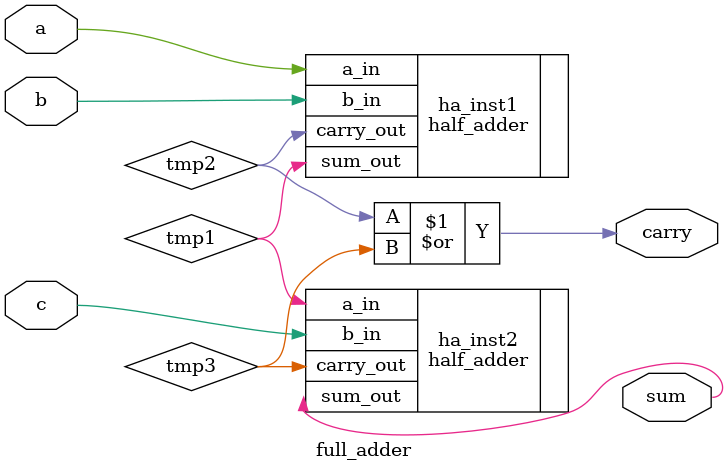
<source format=v>
module full_adder(a, b, c, sum, carry);
    input wire a, b, c;
    output wire sum, carry;

    wire tmp1, tmp2, tmp3;

    half_adder ha_inst1(
        .a_in(a),
        .b_in(b),
        .sum_out(tmp1),
        .carry_out(tmp2)
        );

    half_adder ha_inst2 (
        .a_in(tmp1),
        .b_in(c),
        .sum_out(sum),
        .carry_out(tmp3)
        );
	
    assign carry = tmp2 | tmp3;

endmodule



</source>
